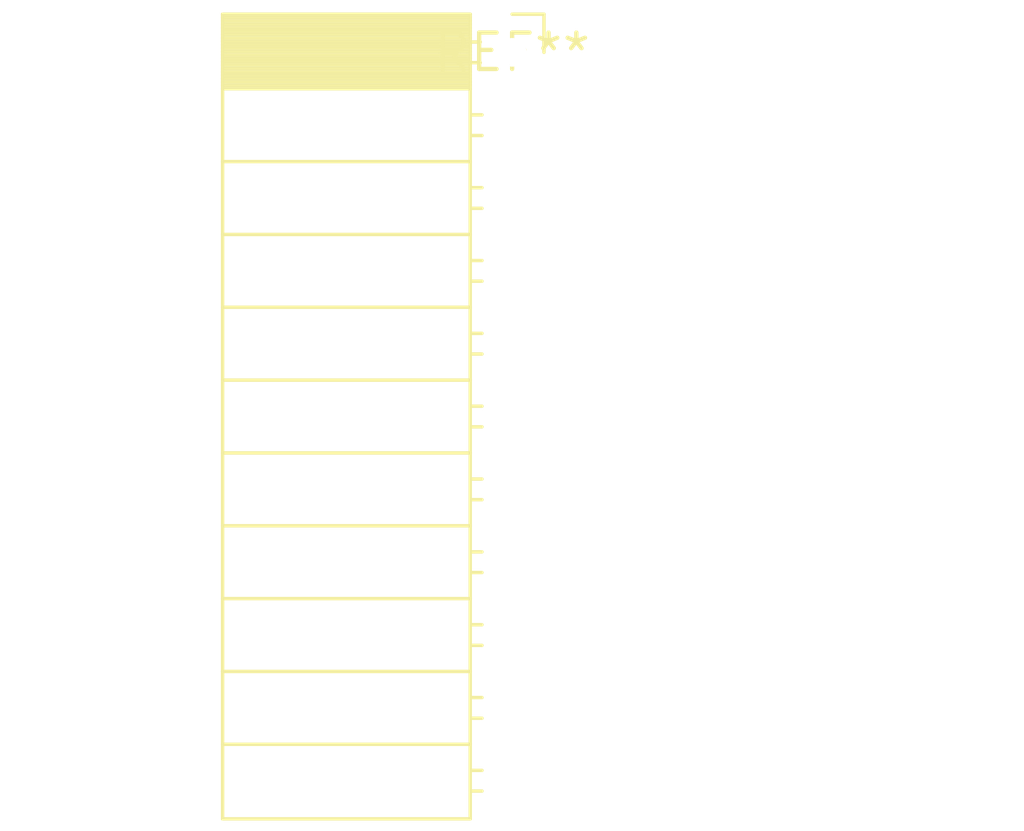
<source format=kicad_pcb>
(kicad_pcb (version 20240108) (generator pcbnew)
  (layers (0 "F.Cu" signal) (31 "B.Cu" signal) (34 "B.Paste" user) (35 "F.Paste" user) (36 "B.SilkS" user "B.Silkscreen") (37 "F.SilkS" user "F.Silkscreen") (38 "B.Mask" user) (39 "F.Mask" user) (44 "Edge.Cuts" user))
  (net 0 "")
  (footprint "PinSocket_1x11_P2.54mm_Horizontal" (layer "F.Cu") (at 0 0)
    (property "Reference" "REF**")
    (property "Value" "PinSocket_1x11_P2.54mm_Horizontal")
    (fp_line (start -10.09 -1.33) (end -10.09 26.73) (layer "F.SilkS") (stroke (width 0.12)))
    (fp_line (start -10.09 -1.33) (end -1.46 -1.33) (layer "F.SilkS") (stroke (width 0.12)))
    (fp_line (start -10.09 -1.21) (end -1.46 -1.21) (layer "F.SilkS") (stroke (width 0.12)))
    (fp_line (start -10.09 -1.091905) (end -1.46 -1.091905) (layer "F.SilkS") (stroke (width 0.12)))
    (fp_line (start -10.09 -0.97381) (end -1.46 -0.97381) (layer "F.SilkS") (stroke (width 0.12)))
    (fp_line (start -10.09 -0.855715) (end -1.46 -0.855715) (layer "F.SilkS") (stroke (width 0.12)))
    (fp_line (start -10.09 -0.73762) (end -1.46 -0.73762) (layer "F.SilkS") (stroke (width 0.12)))
    (fp_line (start -10.09 -0.619525) (end -1.46 -0.619525) (layer "F.SilkS") (stroke (width 0.12)))
    (fp_line (start -10.09 -0.50143) (end -1.46 -0.50143) (layer "F.SilkS") (stroke (width 0.12)))
    (fp_line (start -10.09 -0.383335) (end -1.46 -0.383335) (layer "F.SilkS") (stroke (width 0.12)))
    (fp_line (start -10.09 -0.26524) (end -1.46 -0.26524) (layer "F.SilkS") (stroke (width 0.12)))
    (fp_line (start -10.09 -0.147145) (end -1.46 -0.147145) (layer "F.SilkS") (stroke (width 0.12)))
    (fp_line (start -10.09 -0.02905) (end -1.46 -0.02905) (layer "F.SilkS") (stroke (width 0.12)))
    (fp_line (start -10.09 0.089045) (end -1.46 0.089045) (layer "F.SilkS") (stroke (width 0.12)))
    (fp_line (start -10.09 0.20714) (end -1.46 0.20714) (layer "F.SilkS") (stroke (width 0.12)))
    (fp_line (start -10.09 0.325235) (end -1.46 0.325235) (layer "F.SilkS") (stroke (width 0.12)))
    (fp_line (start -10.09 0.44333) (end -1.46 0.44333) (layer "F.SilkS") (stroke (width 0.12)))
    (fp_line (start -10.09 0.561425) (end -1.46 0.561425) (layer "F.SilkS") (stroke (width 0.12)))
    (fp_line (start -10.09 0.67952) (end -1.46 0.67952) (layer "F.SilkS") (stroke (width 0.12)))
    (fp_line (start -10.09 0.797615) (end -1.46 0.797615) (layer "F.SilkS") (stroke (width 0.12)))
    (fp_line (start -10.09 0.91571) (end -1.46 0.91571) (layer "F.SilkS") (stroke (width 0.12)))
    (fp_line (start -10.09 1.033805) (end -1.46 1.033805) (layer "F.SilkS") (stroke (width 0.12)))
    (fp_line (start -10.09 1.1519) (end -1.46 1.1519) (layer "F.SilkS") (stroke (width 0.12)))
    (fp_line (start -10.09 1.27) (end -1.46 1.27) (layer "F.SilkS") (stroke (width 0.12)))
    (fp_line (start -10.09 3.81) (end -1.46 3.81) (layer "F.SilkS") (stroke (width 0.12)))
    (fp_line (start -10.09 6.35) (end -1.46 6.35) (layer "F.SilkS") (stroke (width 0.12)))
    (fp_line (start -10.09 8.89) (end -1.46 8.89) (layer "F.SilkS") (stroke (width 0.12)))
    (fp_line (start -10.09 11.43) (end -1.46 11.43) (layer "F.SilkS") (stroke (width 0.12)))
    (fp_line (start -10.09 13.97) (end -1.46 13.97) (layer "F.SilkS") (stroke (width 0.12)))
    (fp_line (start -10.09 16.51) (end -1.46 16.51) (layer "F.SilkS") (stroke (width 0.12)))
    (fp_line (start -10.09 19.05) (end -1.46 19.05) (layer "F.SilkS") (stroke (width 0.12)))
    (fp_line (start -10.09 21.59) (end -1.46 21.59) (layer "F.SilkS") (stroke (width 0.12)))
    (fp_line (start -10.09 24.13) (end -1.46 24.13) (layer "F.SilkS") (stroke (width 0.12)))
    (fp_line (start -10.09 26.73) (end -1.46 26.73) (layer "F.SilkS") (stroke (width 0.12)))
    (fp_line (start -1.46 -1.33) (end -1.46 26.73) (layer "F.SilkS") (stroke (width 0.12)))
    (fp_line (start -1.46 -0.36) (end -1.11 -0.36) (layer "F.SilkS") (stroke (width 0.12)))
    (fp_line (start -1.46 0.36) (end -1.11 0.36) (layer "F.SilkS") (stroke (width 0.12)))
    (fp_line (start -1.46 2.18) (end -1.05 2.18) (layer "F.SilkS") (stroke (width 0.12)))
    (fp_line (start -1.46 2.9) (end -1.05 2.9) (layer "F.SilkS") (stroke (width 0.12)))
    (fp_line (start -1.46 4.72) (end -1.05 4.72) (layer "F.SilkS") (stroke (width 0.12)))
    (fp_line (start -1.46 5.44) (end -1.05 5.44) (layer "F.SilkS") (stroke (width 0.12)))
    (fp_line (start -1.46 7.26) (end -1.05 7.26) (layer "F.SilkS") (stroke (width 0.12)))
    (fp_line (start -1.46 7.98) (end -1.05 7.98) (layer "F.SilkS") (stroke (width 0.12)))
    (fp_line (start -1.46 9.8) (end -1.05 9.8) (layer "F.SilkS") (stroke (width 0.12)))
    (fp_line (start -1.46 10.52) (end -1.05 10.52) (layer "F.SilkS") (stroke (width 0.12)))
    (fp_line (start -1.46 12.34) (end -1.05 12.34) (layer "F.SilkS") (stroke (width 0.12)))
    (fp_line (start -1.46 13.06) (end -1.05 13.06) (layer "F.SilkS") (stroke (width 0.12)))
    (fp_line (start -1.46 14.88) (end -1.05 14.88) (layer "F.SilkS") (stroke (width 0.12)))
    (fp_line (start -1.46 15.6) (end -1.05 15.6) (layer "F.SilkS") (stroke (width 0.12)))
    (fp_line (start -1.46 17.42) (end -1.05 17.42) (layer "F.SilkS") (stroke (width 0.12)))
    (fp_line (start -1.46 18.14) (end -1.05 18.14) (layer "F.SilkS") (stroke (width 0.12)))
    (fp_line (start -1.46 19.96) (end -1.05 19.96) (layer "F.SilkS") (stroke (width 0.12)))
    (fp_line (start -1.46 20.68) (end -1.05 20.68) (layer "F.SilkS") (stroke (width 0.12)))
    (fp_line (start -1.46 22.5) (end -1.05 22.5) (layer "F.SilkS") (stroke (width 0.12)))
    (fp_line (start -1.46 23.22) (end -1.05 23.22) (layer "F.SilkS") (stroke (width 0.12)))
    (fp_line (start -1.46 25.04) (end -1.05 25.04) (layer "F.SilkS") (stroke (width 0.12)))
    (fp_line (start -1.46 25.76) (end -1.05 25.76) (layer "F.SilkS") (stroke (width 0.12)))
    (fp_line (start 0 -1.33) (end 1.11 -1.33) (layer "F.SilkS") (stroke (width 0.12)))
    (fp_line (start 1.11 -1.33) (end 1.11 0) (layer "F.SilkS") (stroke (width 0.12)))
    (pad "1" thru_hole rect (at 0 0) (size 1.7 1.7) (drill 1) (layers *.Cu *.Mask) (remove_unused_layers))
    (pad "2" thru_hole oval (at 0 2.54) (size 1.7 1.7) (drill 1) (layers *.Cu *.Mask) (remove_unused_layers))
    (pad "3" thru_hole oval (at 0 5.08) (size 1.7 1.7) (drill 1) (layers *.Cu *.Mask) (remove_unused_layers))
    (pad "4" thru_hole oval (at 0 7.62) (size 1.7 1.7) (drill 1) (layers *.Cu *.Mask) (remove_unused_layers))
    (pad "5" thru_hole oval (at 0 10.16) (size 1.7 1.7) (drill 1) (layers *.Cu *.Mask) (remove_unused_layers))
    (pad "6" thru_hole oval (at 0 12.7) (size 1.7 1.7) (drill 1) (layers *.Cu *.Mask) (remove_unused_layers))
    (pad "7" thru_hole oval (at 0 15.24) (size 1.7 1.7) (drill 1) (layers *.Cu *.Mask) (remove_unused_layers))
    (pad "8" thru_hole oval (at 0 17.78) (size 1.7 1.7) (drill 1) (layers *.Cu *.Mask) (remove_unused_layers))
    (pad "9" thru_hole oval (at 0 20.32) (size 1.7 1.7) (drill 1) (layers *.Cu *.Mask) (remove_unused_layers))
    (pad "10" thru_hole oval (at 0 22.86) (size 1.7 1.7) (drill 1) (layers *.Cu *.Mask) (remove_unused_layers))
    (pad "11" thru_hole oval (at 0 25.4) (size 1.7 1.7) (drill 1) (layers *.Cu *.Mask) (remove_unused_layers))
  )
)
</source>
